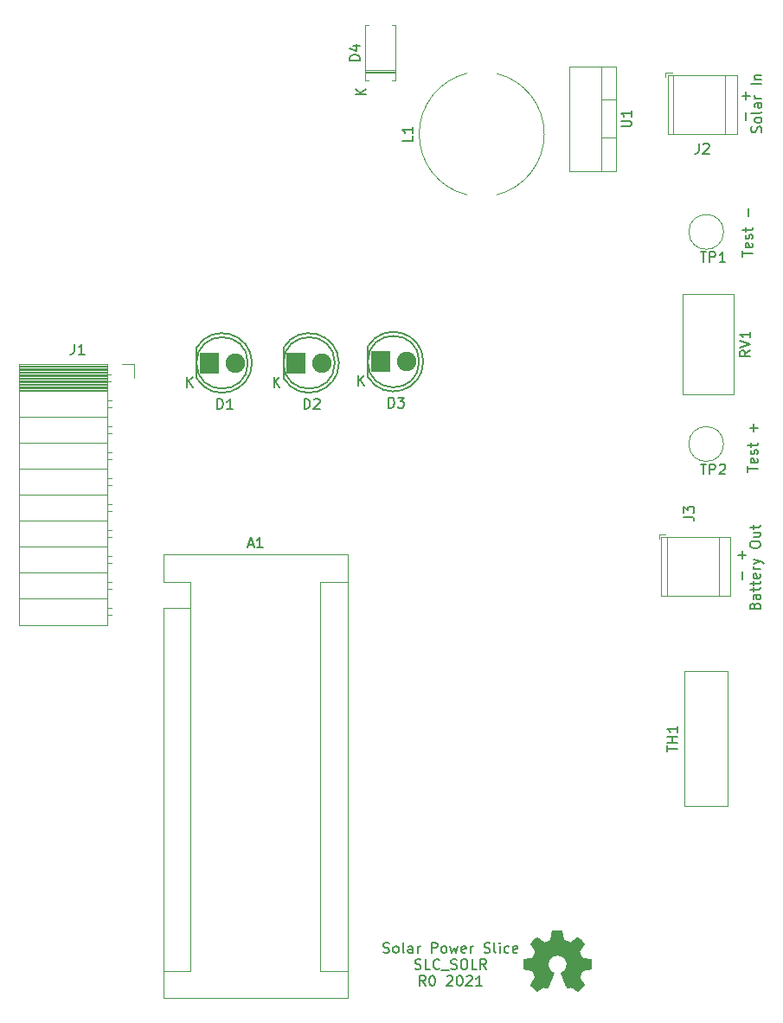
<source format=gbr>
%TF.GenerationSoftware,KiCad,Pcbnew,8.0.1*%
%TF.CreationDate,2024-04-21T18:12:41-04:00*%
%TF.ProjectId,BREAD_Slice,42524541-445f-4536-9c69-63652e6b6963,rev?*%
%TF.SameCoordinates,Original*%
%TF.FileFunction,Legend,Top*%
%TF.FilePolarity,Positive*%
%FSLAX46Y46*%
G04 Gerber Fmt 4.6, Leading zero omitted, Abs format (unit mm)*
G04 Created by KiCad (PCBNEW 8.0.1) date 2024-04-21 18:12:41*
%MOMM*%
%LPD*%
G01*
G04 APERTURE LIST*
%ADD10C,0.150000*%
%ADD11C,0.120000*%
%ADD12C,0.010000*%
%ADD13R,1.900000X2.000000*%
%ADD14C,1.900000*%
G04 APERTURE END LIST*
D10*
X190237866Y-98508951D02*
X190237866Y-97747047D01*
X190237866Y-96508951D02*
X190237866Y-95747047D01*
X190618819Y-96127999D02*
X189856914Y-96127999D01*
X190253819Y-66893761D02*
X190253819Y-66322333D01*
X191253819Y-66608047D02*
X190253819Y-66608047D01*
X191206200Y-65608047D02*
X191253819Y-65703285D01*
X191253819Y-65703285D02*
X191253819Y-65893761D01*
X191253819Y-65893761D02*
X191206200Y-65988999D01*
X191206200Y-65988999D02*
X191110961Y-66036618D01*
X191110961Y-66036618D02*
X190730009Y-66036618D01*
X190730009Y-66036618D02*
X190634771Y-65988999D01*
X190634771Y-65988999D02*
X190587152Y-65893761D01*
X190587152Y-65893761D02*
X190587152Y-65703285D01*
X190587152Y-65703285D02*
X190634771Y-65608047D01*
X190634771Y-65608047D02*
X190730009Y-65560428D01*
X190730009Y-65560428D02*
X190825247Y-65560428D01*
X190825247Y-65560428D02*
X190920485Y-66036618D01*
X191206200Y-65179475D02*
X191253819Y-65084237D01*
X191253819Y-65084237D02*
X191253819Y-64893761D01*
X191253819Y-64893761D02*
X191206200Y-64798523D01*
X191206200Y-64798523D02*
X191110961Y-64750904D01*
X191110961Y-64750904D02*
X191063342Y-64750904D01*
X191063342Y-64750904D02*
X190968104Y-64798523D01*
X190968104Y-64798523D02*
X190920485Y-64893761D01*
X190920485Y-64893761D02*
X190920485Y-65036618D01*
X190920485Y-65036618D02*
X190872866Y-65131856D01*
X190872866Y-65131856D02*
X190777628Y-65179475D01*
X190777628Y-65179475D02*
X190730009Y-65179475D01*
X190730009Y-65179475D02*
X190634771Y-65131856D01*
X190634771Y-65131856D02*
X190587152Y-65036618D01*
X190587152Y-65036618D02*
X190587152Y-64893761D01*
X190587152Y-64893761D02*
X190634771Y-64798523D01*
X190587152Y-64465189D02*
X190587152Y-64084237D01*
X190253819Y-64322332D02*
X191110961Y-64322332D01*
X191110961Y-64322332D02*
X191206200Y-64274713D01*
X191206200Y-64274713D02*
X191253819Y-64179475D01*
X191253819Y-64179475D02*
X191253819Y-64084237D01*
X190872866Y-62988998D02*
X190872866Y-62227094D01*
X192095200Y-54749333D02*
X192142819Y-54606476D01*
X192142819Y-54606476D02*
X192142819Y-54368381D01*
X192142819Y-54368381D02*
X192095200Y-54273143D01*
X192095200Y-54273143D02*
X192047580Y-54225524D01*
X192047580Y-54225524D02*
X191952342Y-54177905D01*
X191952342Y-54177905D02*
X191857104Y-54177905D01*
X191857104Y-54177905D02*
X191761866Y-54225524D01*
X191761866Y-54225524D02*
X191714247Y-54273143D01*
X191714247Y-54273143D02*
X191666628Y-54368381D01*
X191666628Y-54368381D02*
X191619009Y-54558857D01*
X191619009Y-54558857D02*
X191571390Y-54654095D01*
X191571390Y-54654095D02*
X191523771Y-54701714D01*
X191523771Y-54701714D02*
X191428533Y-54749333D01*
X191428533Y-54749333D02*
X191333295Y-54749333D01*
X191333295Y-54749333D02*
X191238057Y-54701714D01*
X191238057Y-54701714D02*
X191190438Y-54654095D01*
X191190438Y-54654095D02*
X191142819Y-54558857D01*
X191142819Y-54558857D02*
X191142819Y-54320762D01*
X191142819Y-54320762D02*
X191190438Y-54177905D01*
X192142819Y-53606476D02*
X192095200Y-53701714D01*
X192095200Y-53701714D02*
X192047580Y-53749333D01*
X192047580Y-53749333D02*
X191952342Y-53796952D01*
X191952342Y-53796952D02*
X191666628Y-53796952D01*
X191666628Y-53796952D02*
X191571390Y-53749333D01*
X191571390Y-53749333D02*
X191523771Y-53701714D01*
X191523771Y-53701714D02*
X191476152Y-53606476D01*
X191476152Y-53606476D02*
X191476152Y-53463619D01*
X191476152Y-53463619D02*
X191523771Y-53368381D01*
X191523771Y-53368381D02*
X191571390Y-53320762D01*
X191571390Y-53320762D02*
X191666628Y-53273143D01*
X191666628Y-53273143D02*
X191952342Y-53273143D01*
X191952342Y-53273143D02*
X192047580Y-53320762D01*
X192047580Y-53320762D02*
X192095200Y-53368381D01*
X192095200Y-53368381D02*
X192142819Y-53463619D01*
X192142819Y-53463619D02*
X192142819Y-53606476D01*
X192142819Y-52701714D02*
X192095200Y-52796952D01*
X192095200Y-52796952D02*
X191999961Y-52844571D01*
X191999961Y-52844571D02*
X191142819Y-52844571D01*
X192142819Y-51892190D02*
X191619009Y-51892190D01*
X191619009Y-51892190D02*
X191523771Y-51939809D01*
X191523771Y-51939809D02*
X191476152Y-52035047D01*
X191476152Y-52035047D02*
X191476152Y-52225523D01*
X191476152Y-52225523D02*
X191523771Y-52320761D01*
X192095200Y-51892190D02*
X192142819Y-51987428D01*
X192142819Y-51987428D02*
X192142819Y-52225523D01*
X192142819Y-52225523D02*
X192095200Y-52320761D01*
X192095200Y-52320761D02*
X191999961Y-52368380D01*
X191999961Y-52368380D02*
X191904723Y-52368380D01*
X191904723Y-52368380D02*
X191809485Y-52320761D01*
X191809485Y-52320761D02*
X191761866Y-52225523D01*
X191761866Y-52225523D02*
X191761866Y-51987428D01*
X191761866Y-51987428D02*
X191714247Y-51892190D01*
X192142819Y-51415999D02*
X191476152Y-51415999D01*
X191666628Y-51415999D02*
X191571390Y-51368380D01*
X191571390Y-51368380D02*
X191523771Y-51320761D01*
X191523771Y-51320761D02*
X191476152Y-51225523D01*
X191476152Y-51225523D02*
X191476152Y-51130285D01*
X192142819Y-50035046D02*
X191142819Y-50035046D01*
X191476152Y-49558856D02*
X192142819Y-49558856D01*
X191571390Y-49558856D02*
X191523771Y-49511237D01*
X191523771Y-49511237D02*
X191476152Y-49415999D01*
X191476152Y-49415999D02*
X191476152Y-49273142D01*
X191476152Y-49273142D02*
X191523771Y-49177904D01*
X191523771Y-49177904D02*
X191619009Y-49130285D01*
X191619009Y-49130285D02*
X192142819Y-49130285D01*
X191492009Y-101096286D02*
X191539628Y-100953429D01*
X191539628Y-100953429D02*
X191587247Y-100905810D01*
X191587247Y-100905810D02*
X191682485Y-100858191D01*
X191682485Y-100858191D02*
X191825342Y-100858191D01*
X191825342Y-100858191D02*
X191920580Y-100905810D01*
X191920580Y-100905810D02*
X191968200Y-100953429D01*
X191968200Y-100953429D02*
X192015819Y-101048667D01*
X192015819Y-101048667D02*
X192015819Y-101429619D01*
X192015819Y-101429619D02*
X191015819Y-101429619D01*
X191015819Y-101429619D02*
X191015819Y-101096286D01*
X191015819Y-101096286D02*
X191063438Y-101001048D01*
X191063438Y-101001048D02*
X191111057Y-100953429D01*
X191111057Y-100953429D02*
X191206295Y-100905810D01*
X191206295Y-100905810D02*
X191301533Y-100905810D01*
X191301533Y-100905810D02*
X191396771Y-100953429D01*
X191396771Y-100953429D02*
X191444390Y-101001048D01*
X191444390Y-101001048D02*
X191492009Y-101096286D01*
X191492009Y-101096286D02*
X191492009Y-101429619D01*
X192015819Y-100001048D02*
X191492009Y-100001048D01*
X191492009Y-100001048D02*
X191396771Y-100048667D01*
X191396771Y-100048667D02*
X191349152Y-100143905D01*
X191349152Y-100143905D02*
X191349152Y-100334381D01*
X191349152Y-100334381D02*
X191396771Y-100429619D01*
X191968200Y-100001048D02*
X192015819Y-100096286D01*
X192015819Y-100096286D02*
X192015819Y-100334381D01*
X192015819Y-100334381D02*
X191968200Y-100429619D01*
X191968200Y-100429619D02*
X191872961Y-100477238D01*
X191872961Y-100477238D02*
X191777723Y-100477238D01*
X191777723Y-100477238D02*
X191682485Y-100429619D01*
X191682485Y-100429619D02*
X191634866Y-100334381D01*
X191634866Y-100334381D02*
X191634866Y-100096286D01*
X191634866Y-100096286D02*
X191587247Y-100001048D01*
X191349152Y-99667714D02*
X191349152Y-99286762D01*
X191015819Y-99524857D02*
X191872961Y-99524857D01*
X191872961Y-99524857D02*
X191968200Y-99477238D01*
X191968200Y-99477238D02*
X192015819Y-99382000D01*
X192015819Y-99382000D02*
X192015819Y-99286762D01*
X191349152Y-99096285D02*
X191349152Y-98715333D01*
X191015819Y-98953428D02*
X191872961Y-98953428D01*
X191872961Y-98953428D02*
X191968200Y-98905809D01*
X191968200Y-98905809D02*
X192015819Y-98810571D01*
X192015819Y-98810571D02*
X192015819Y-98715333D01*
X191968200Y-98001047D02*
X192015819Y-98096285D01*
X192015819Y-98096285D02*
X192015819Y-98286761D01*
X192015819Y-98286761D02*
X191968200Y-98381999D01*
X191968200Y-98381999D02*
X191872961Y-98429618D01*
X191872961Y-98429618D02*
X191492009Y-98429618D01*
X191492009Y-98429618D02*
X191396771Y-98381999D01*
X191396771Y-98381999D02*
X191349152Y-98286761D01*
X191349152Y-98286761D02*
X191349152Y-98096285D01*
X191349152Y-98096285D02*
X191396771Y-98001047D01*
X191396771Y-98001047D02*
X191492009Y-97953428D01*
X191492009Y-97953428D02*
X191587247Y-97953428D01*
X191587247Y-97953428D02*
X191682485Y-98429618D01*
X192015819Y-97524856D02*
X191349152Y-97524856D01*
X191539628Y-97524856D02*
X191444390Y-97477237D01*
X191444390Y-97477237D02*
X191396771Y-97429618D01*
X191396771Y-97429618D02*
X191349152Y-97334380D01*
X191349152Y-97334380D02*
X191349152Y-97239142D01*
X191349152Y-97001046D02*
X192015819Y-96762951D01*
X191349152Y-96524856D02*
X192015819Y-96762951D01*
X192015819Y-96762951D02*
X192253914Y-96858189D01*
X192253914Y-96858189D02*
X192301533Y-96905808D01*
X192301533Y-96905808D02*
X192349152Y-97001046D01*
X191015819Y-95191522D02*
X191015819Y-95001046D01*
X191015819Y-95001046D02*
X191063438Y-94905808D01*
X191063438Y-94905808D02*
X191158676Y-94810570D01*
X191158676Y-94810570D02*
X191349152Y-94762951D01*
X191349152Y-94762951D02*
X191682485Y-94762951D01*
X191682485Y-94762951D02*
X191872961Y-94810570D01*
X191872961Y-94810570D02*
X191968200Y-94905808D01*
X191968200Y-94905808D02*
X192015819Y-95001046D01*
X192015819Y-95001046D02*
X192015819Y-95191522D01*
X192015819Y-95191522D02*
X191968200Y-95286760D01*
X191968200Y-95286760D02*
X191872961Y-95381998D01*
X191872961Y-95381998D02*
X191682485Y-95429617D01*
X191682485Y-95429617D02*
X191349152Y-95429617D01*
X191349152Y-95429617D02*
X191158676Y-95381998D01*
X191158676Y-95381998D02*
X191063438Y-95286760D01*
X191063438Y-95286760D02*
X191015819Y-95191522D01*
X191349152Y-93905808D02*
X192015819Y-93905808D01*
X191349152Y-94334379D02*
X191872961Y-94334379D01*
X191872961Y-94334379D02*
X191968200Y-94286760D01*
X191968200Y-94286760D02*
X192015819Y-94191522D01*
X192015819Y-94191522D02*
X192015819Y-94048665D01*
X192015819Y-94048665D02*
X191968200Y-93953427D01*
X191968200Y-93953427D02*
X191920580Y-93905808D01*
X191349152Y-93572474D02*
X191349152Y-93191522D01*
X191015819Y-93429617D02*
X191872961Y-93429617D01*
X191872961Y-93429617D02*
X191968200Y-93381998D01*
X191968200Y-93381998D02*
X192015819Y-93286760D01*
X192015819Y-93286760D02*
X192015819Y-93191522D01*
X155144570Y-135041256D02*
X155287427Y-135088875D01*
X155287427Y-135088875D02*
X155525522Y-135088875D01*
X155525522Y-135088875D02*
X155620760Y-135041256D01*
X155620760Y-135041256D02*
X155668379Y-134993636D01*
X155668379Y-134993636D02*
X155715998Y-134898398D01*
X155715998Y-134898398D02*
X155715998Y-134803160D01*
X155715998Y-134803160D02*
X155668379Y-134707922D01*
X155668379Y-134707922D02*
X155620760Y-134660303D01*
X155620760Y-134660303D02*
X155525522Y-134612684D01*
X155525522Y-134612684D02*
X155335046Y-134565065D01*
X155335046Y-134565065D02*
X155239808Y-134517446D01*
X155239808Y-134517446D02*
X155192189Y-134469827D01*
X155192189Y-134469827D02*
X155144570Y-134374589D01*
X155144570Y-134374589D02*
X155144570Y-134279351D01*
X155144570Y-134279351D02*
X155192189Y-134184113D01*
X155192189Y-134184113D02*
X155239808Y-134136494D01*
X155239808Y-134136494D02*
X155335046Y-134088875D01*
X155335046Y-134088875D02*
X155573141Y-134088875D01*
X155573141Y-134088875D02*
X155715998Y-134136494D01*
X156287427Y-135088875D02*
X156192189Y-135041256D01*
X156192189Y-135041256D02*
X156144570Y-134993636D01*
X156144570Y-134993636D02*
X156096951Y-134898398D01*
X156096951Y-134898398D02*
X156096951Y-134612684D01*
X156096951Y-134612684D02*
X156144570Y-134517446D01*
X156144570Y-134517446D02*
X156192189Y-134469827D01*
X156192189Y-134469827D02*
X156287427Y-134422208D01*
X156287427Y-134422208D02*
X156430284Y-134422208D01*
X156430284Y-134422208D02*
X156525522Y-134469827D01*
X156525522Y-134469827D02*
X156573141Y-134517446D01*
X156573141Y-134517446D02*
X156620760Y-134612684D01*
X156620760Y-134612684D02*
X156620760Y-134898398D01*
X156620760Y-134898398D02*
X156573141Y-134993636D01*
X156573141Y-134993636D02*
X156525522Y-135041256D01*
X156525522Y-135041256D02*
X156430284Y-135088875D01*
X156430284Y-135088875D02*
X156287427Y-135088875D01*
X157192189Y-135088875D02*
X157096951Y-135041256D01*
X157096951Y-135041256D02*
X157049332Y-134946017D01*
X157049332Y-134946017D02*
X157049332Y-134088875D01*
X158001713Y-135088875D02*
X158001713Y-134565065D01*
X158001713Y-134565065D02*
X157954094Y-134469827D01*
X157954094Y-134469827D02*
X157858856Y-134422208D01*
X157858856Y-134422208D02*
X157668380Y-134422208D01*
X157668380Y-134422208D02*
X157573142Y-134469827D01*
X158001713Y-135041256D02*
X157906475Y-135088875D01*
X157906475Y-135088875D02*
X157668380Y-135088875D01*
X157668380Y-135088875D02*
X157573142Y-135041256D01*
X157573142Y-135041256D02*
X157525523Y-134946017D01*
X157525523Y-134946017D02*
X157525523Y-134850779D01*
X157525523Y-134850779D02*
X157573142Y-134755541D01*
X157573142Y-134755541D02*
X157668380Y-134707922D01*
X157668380Y-134707922D02*
X157906475Y-134707922D01*
X157906475Y-134707922D02*
X158001713Y-134660303D01*
X158477904Y-135088875D02*
X158477904Y-134422208D01*
X158477904Y-134612684D02*
X158525523Y-134517446D01*
X158525523Y-134517446D02*
X158573142Y-134469827D01*
X158573142Y-134469827D02*
X158668380Y-134422208D01*
X158668380Y-134422208D02*
X158763618Y-134422208D01*
X159858857Y-135088875D02*
X159858857Y-134088875D01*
X159858857Y-134088875D02*
X160239809Y-134088875D01*
X160239809Y-134088875D02*
X160335047Y-134136494D01*
X160335047Y-134136494D02*
X160382666Y-134184113D01*
X160382666Y-134184113D02*
X160430285Y-134279351D01*
X160430285Y-134279351D02*
X160430285Y-134422208D01*
X160430285Y-134422208D02*
X160382666Y-134517446D01*
X160382666Y-134517446D02*
X160335047Y-134565065D01*
X160335047Y-134565065D02*
X160239809Y-134612684D01*
X160239809Y-134612684D02*
X159858857Y-134612684D01*
X161001714Y-135088875D02*
X160906476Y-135041256D01*
X160906476Y-135041256D02*
X160858857Y-134993636D01*
X160858857Y-134993636D02*
X160811238Y-134898398D01*
X160811238Y-134898398D02*
X160811238Y-134612684D01*
X160811238Y-134612684D02*
X160858857Y-134517446D01*
X160858857Y-134517446D02*
X160906476Y-134469827D01*
X160906476Y-134469827D02*
X161001714Y-134422208D01*
X161001714Y-134422208D02*
X161144571Y-134422208D01*
X161144571Y-134422208D02*
X161239809Y-134469827D01*
X161239809Y-134469827D02*
X161287428Y-134517446D01*
X161287428Y-134517446D02*
X161335047Y-134612684D01*
X161335047Y-134612684D02*
X161335047Y-134898398D01*
X161335047Y-134898398D02*
X161287428Y-134993636D01*
X161287428Y-134993636D02*
X161239809Y-135041256D01*
X161239809Y-135041256D02*
X161144571Y-135088875D01*
X161144571Y-135088875D02*
X161001714Y-135088875D01*
X161668381Y-134422208D02*
X161858857Y-135088875D01*
X161858857Y-135088875D02*
X162049333Y-134612684D01*
X162049333Y-134612684D02*
X162239809Y-135088875D01*
X162239809Y-135088875D02*
X162430285Y-134422208D01*
X163192190Y-135041256D02*
X163096952Y-135088875D01*
X163096952Y-135088875D02*
X162906476Y-135088875D01*
X162906476Y-135088875D02*
X162811238Y-135041256D01*
X162811238Y-135041256D02*
X162763619Y-134946017D01*
X162763619Y-134946017D02*
X162763619Y-134565065D01*
X162763619Y-134565065D02*
X162811238Y-134469827D01*
X162811238Y-134469827D02*
X162906476Y-134422208D01*
X162906476Y-134422208D02*
X163096952Y-134422208D01*
X163096952Y-134422208D02*
X163192190Y-134469827D01*
X163192190Y-134469827D02*
X163239809Y-134565065D01*
X163239809Y-134565065D02*
X163239809Y-134660303D01*
X163239809Y-134660303D02*
X162763619Y-134755541D01*
X163668381Y-135088875D02*
X163668381Y-134422208D01*
X163668381Y-134612684D02*
X163716000Y-134517446D01*
X163716000Y-134517446D02*
X163763619Y-134469827D01*
X163763619Y-134469827D02*
X163858857Y-134422208D01*
X163858857Y-134422208D02*
X163954095Y-134422208D01*
X165001715Y-135041256D02*
X165144572Y-135088875D01*
X165144572Y-135088875D02*
X165382667Y-135088875D01*
X165382667Y-135088875D02*
X165477905Y-135041256D01*
X165477905Y-135041256D02*
X165525524Y-134993636D01*
X165525524Y-134993636D02*
X165573143Y-134898398D01*
X165573143Y-134898398D02*
X165573143Y-134803160D01*
X165573143Y-134803160D02*
X165525524Y-134707922D01*
X165525524Y-134707922D02*
X165477905Y-134660303D01*
X165477905Y-134660303D02*
X165382667Y-134612684D01*
X165382667Y-134612684D02*
X165192191Y-134565065D01*
X165192191Y-134565065D02*
X165096953Y-134517446D01*
X165096953Y-134517446D02*
X165049334Y-134469827D01*
X165049334Y-134469827D02*
X165001715Y-134374589D01*
X165001715Y-134374589D02*
X165001715Y-134279351D01*
X165001715Y-134279351D02*
X165049334Y-134184113D01*
X165049334Y-134184113D02*
X165096953Y-134136494D01*
X165096953Y-134136494D02*
X165192191Y-134088875D01*
X165192191Y-134088875D02*
X165430286Y-134088875D01*
X165430286Y-134088875D02*
X165573143Y-134136494D01*
X166144572Y-135088875D02*
X166049334Y-135041256D01*
X166049334Y-135041256D02*
X166001715Y-134946017D01*
X166001715Y-134946017D02*
X166001715Y-134088875D01*
X166525525Y-135088875D02*
X166525525Y-134422208D01*
X166525525Y-134088875D02*
X166477906Y-134136494D01*
X166477906Y-134136494D02*
X166525525Y-134184113D01*
X166525525Y-134184113D02*
X166573144Y-134136494D01*
X166573144Y-134136494D02*
X166525525Y-134088875D01*
X166525525Y-134088875D02*
X166525525Y-134184113D01*
X167430286Y-135041256D02*
X167335048Y-135088875D01*
X167335048Y-135088875D02*
X167144572Y-135088875D01*
X167144572Y-135088875D02*
X167049334Y-135041256D01*
X167049334Y-135041256D02*
X167001715Y-134993636D01*
X167001715Y-134993636D02*
X166954096Y-134898398D01*
X166954096Y-134898398D02*
X166954096Y-134612684D01*
X166954096Y-134612684D02*
X167001715Y-134517446D01*
X167001715Y-134517446D02*
X167049334Y-134469827D01*
X167049334Y-134469827D02*
X167144572Y-134422208D01*
X167144572Y-134422208D02*
X167335048Y-134422208D01*
X167335048Y-134422208D02*
X167430286Y-134469827D01*
X168239810Y-135041256D02*
X168144572Y-135088875D01*
X168144572Y-135088875D02*
X167954096Y-135088875D01*
X167954096Y-135088875D02*
X167858858Y-135041256D01*
X167858858Y-135041256D02*
X167811239Y-134946017D01*
X167811239Y-134946017D02*
X167811239Y-134565065D01*
X167811239Y-134565065D02*
X167858858Y-134469827D01*
X167858858Y-134469827D02*
X167954096Y-134422208D01*
X167954096Y-134422208D02*
X168144572Y-134422208D01*
X168144572Y-134422208D02*
X168239810Y-134469827D01*
X168239810Y-134469827D02*
X168287429Y-134565065D01*
X168287429Y-134565065D02*
X168287429Y-134660303D01*
X168287429Y-134660303D02*
X167811239Y-134755541D01*
X158239809Y-136651200D02*
X158382666Y-136698819D01*
X158382666Y-136698819D02*
X158620761Y-136698819D01*
X158620761Y-136698819D02*
X158715999Y-136651200D01*
X158715999Y-136651200D02*
X158763618Y-136603580D01*
X158763618Y-136603580D02*
X158811237Y-136508342D01*
X158811237Y-136508342D02*
X158811237Y-136413104D01*
X158811237Y-136413104D02*
X158763618Y-136317866D01*
X158763618Y-136317866D02*
X158715999Y-136270247D01*
X158715999Y-136270247D02*
X158620761Y-136222628D01*
X158620761Y-136222628D02*
X158430285Y-136175009D01*
X158430285Y-136175009D02*
X158335047Y-136127390D01*
X158335047Y-136127390D02*
X158287428Y-136079771D01*
X158287428Y-136079771D02*
X158239809Y-135984533D01*
X158239809Y-135984533D02*
X158239809Y-135889295D01*
X158239809Y-135889295D02*
X158287428Y-135794057D01*
X158287428Y-135794057D02*
X158335047Y-135746438D01*
X158335047Y-135746438D02*
X158430285Y-135698819D01*
X158430285Y-135698819D02*
X158668380Y-135698819D01*
X158668380Y-135698819D02*
X158811237Y-135746438D01*
X159715999Y-136698819D02*
X159239809Y-136698819D01*
X159239809Y-136698819D02*
X159239809Y-135698819D01*
X160620761Y-136603580D02*
X160573142Y-136651200D01*
X160573142Y-136651200D02*
X160430285Y-136698819D01*
X160430285Y-136698819D02*
X160335047Y-136698819D01*
X160335047Y-136698819D02*
X160192190Y-136651200D01*
X160192190Y-136651200D02*
X160096952Y-136555961D01*
X160096952Y-136555961D02*
X160049333Y-136460723D01*
X160049333Y-136460723D02*
X160001714Y-136270247D01*
X160001714Y-136270247D02*
X160001714Y-136127390D01*
X160001714Y-136127390D02*
X160049333Y-135936914D01*
X160049333Y-135936914D02*
X160096952Y-135841676D01*
X160096952Y-135841676D02*
X160192190Y-135746438D01*
X160192190Y-135746438D02*
X160335047Y-135698819D01*
X160335047Y-135698819D02*
X160430285Y-135698819D01*
X160430285Y-135698819D02*
X160573142Y-135746438D01*
X160573142Y-135746438D02*
X160620761Y-135794057D01*
X160811238Y-136794057D02*
X161573142Y-136794057D01*
X161763619Y-136651200D02*
X161906476Y-136698819D01*
X161906476Y-136698819D02*
X162144571Y-136698819D01*
X162144571Y-136698819D02*
X162239809Y-136651200D01*
X162239809Y-136651200D02*
X162287428Y-136603580D01*
X162287428Y-136603580D02*
X162335047Y-136508342D01*
X162335047Y-136508342D02*
X162335047Y-136413104D01*
X162335047Y-136413104D02*
X162287428Y-136317866D01*
X162287428Y-136317866D02*
X162239809Y-136270247D01*
X162239809Y-136270247D02*
X162144571Y-136222628D01*
X162144571Y-136222628D02*
X161954095Y-136175009D01*
X161954095Y-136175009D02*
X161858857Y-136127390D01*
X161858857Y-136127390D02*
X161811238Y-136079771D01*
X161811238Y-136079771D02*
X161763619Y-135984533D01*
X161763619Y-135984533D02*
X161763619Y-135889295D01*
X161763619Y-135889295D02*
X161811238Y-135794057D01*
X161811238Y-135794057D02*
X161858857Y-135746438D01*
X161858857Y-135746438D02*
X161954095Y-135698819D01*
X161954095Y-135698819D02*
X162192190Y-135698819D01*
X162192190Y-135698819D02*
X162335047Y-135746438D01*
X162954095Y-135698819D02*
X163144571Y-135698819D01*
X163144571Y-135698819D02*
X163239809Y-135746438D01*
X163239809Y-135746438D02*
X163335047Y-135841676D01*
X163335047Y-135841676D02*
X163382666Y-136032152D01*
X163382666Y-136032152D02*
X163382666Y-136365485D01*
X163382666Y-136365485D02*
X163335047Y-136555961D01*
X163335047Y-136555961D02*
X163239809Y-136651200D01*
X163239809Y-136651200D02*
X163144571Y-136698819D01*
X163144571Y-136698819D02*
X162954095Y-136698819D01*
X162954095Y-136698819D02*
X162858857Y-136651200D01*
X162858857Y-136651200D02*
X162763619Y-136555961D01*
X162763619Y-136555961D02*
X162716000Y-136365485D01*
X162716000Y-136365485D02*
X162716000Y-136032152D01*
X162716000Y-136032152D02*
X162763619Y-135841676D01*
X162763619Y-135841676D02*
X162858857Y-135746438D01*
X162858857Y-135746438D02*
X162954095Y-135698819D01*
X164287428Y-136698819D02*
X163811238Y-136698819D01*
X163811238Y-136698819D02*
X163811238Y-135698819D01*
X165192190Y-136698819D02*
X164858857Y-136222628D01*
X164620762Y-136698819D02*
X164620762Y-135698819D01*
X164620762Y-135698819D02*
X165001714Y-135698819D01*
X165001714Y-135698819D02*
X165096952Y-135746438D01*
X165096952Y-135746438D02*
X165144571Y-135794057D01*
X165144571Y-135794057D02*
X165192190Y-135889295D01*
X165192190Y-135889295D02*
X165192190Y-136032152D01*
X165192190Y-136032152D02*
X165144571Y-136127390D01*
X165144571Y-136127390D02*
X165096952Y-136175009D01*
X165096952Y-136175009D02*
X165001714Y-136222628D01*
X165001714Y-136222628D02*
X164620762Y-136222628D01*
X159263618Y-138308763D02*
X158930285Y-137832572D01*
X158692190Y-138308763D02*
X158692190Y-137308763D01*
X158692190Y-137308763D02*
X159073142Y-137308763D01*
X159073142Y-137308763D02*
X159168380Y-137356382D01*
X159168380Y-137356382D02*
X159215999Y-137404001D01*
X159215999Y-137404001D02*
X159263618Y-137499239D01*
X159263618Y-137499239D02*
X159263618Y-137642096D01*
X159263618Y-137642096D02*
X159215999Y-137737334D01*
X159215999Y-137737334D02*
X159168380Y-137784953D01*
X159168380Y-137784953D02*
X159073142Y-137832572D01*
X159073142Y-137832572D02*
X158692190Y-137832572D01*
X159882666Y-137308763D02*
X159977904Y-137308763D01*
X159977904Y-137308763D02*
X160073142Y-137356382D01*
X160073142Y-137356382D02*
X160120761Y-137404001D01*
X160120761Y-137404001D02*
X160168380Y-137499239D01*
X160168380Y-137499239D02*
X160215999Y-137689715D01*
X160215999Y-137689715D02*
X160215999Y-137927810D01*
X160215999Y-137927810D02*
X160168380Y-138118286D01*
X160168380Y-138118286D02*
X160120761Y-138213524D01*
X160120761Y-138213524D02*
X160073142Y-138261144D01*
X160073142Y-138261144D02*
X159977904Y-138308763D01*
X159977904Y-138308763D02*
X159882666Y-138308763D01*
X159882666Y-138308763D02*
X159787428Y-138261144D01*
X159787428Y-138261144D02*
X159739809Y-138213524D01*
X159739809Y-138213524D02*
X159692190Y-138118286D01*
X159692190Y-138118286D02*
X159644571Y-137927810D01*
X159644571Y-137927810D02*
X159644571Y-137689715D01*
X159644571Y-137689715D02*
X159692190Y-137499239D01*
X159692190Y-137499239D02*
X159739809Y-137404001D01*
X159739809Y-137404001D02*
X159787428Y-137356382D01*
X159787428Y-137356382D02*
X159882666Y-137308763D01*
X161358857Y-137404001D02*
X161406476Y-137356382D01*
X161406476Y-137356382D02*
X161501714Y-137308763D01*
X161501714Y-137308763D02*
X161739809Y-137308763D01*
X161739809Y-137308763D02*
X161835047Y-137356382D01*
X161835047Y-137356382D02*
X161882666Y-137404001D01*
X161882666Y-137404001D02*
X161930285Y-137499239D01*
X161930285Y-137499239D02*
X161930285Y-137594477D01*
X161930285Y-137594477D02*
X161882666Y-137737334D01*
X161882666Y-137737334D02*
X161311238Y-138308763D01*
X161311238Y-138308763D02*
X161930285Y-138308763D01*
X162549333Y-137308763D02*
X162644571Y-137308763D01*
X162644571Y-137308763D02*
X162739809Y-137356382D01*
X162739809Y-137356382D02*
X162787428Y-137404001D01*
X162787428Y-137404001D02*
X162835047Y-137499239D01*
X162835047Y-137499239D02*
X162882666Y-137689715D01*
X162882666Y-137689715D02*
X162882666Y-137927810D01*
X162882666Y-137927810D02*
X162835047Y-138118286D01*
X162835047Y-138118286D02*
X162787428Y-138213524D01*
X162787428Y-138213524D02*
X162739809Y-138261144D01*
X162739809Y-138261144D02*
X162644571Y-138308763D01*
X162644571Y-138308763D02*
X162549333Y-138308763D01*
X162549333Y-138308763D02*
X162454095Y-138261144D01*
X162454095Y-138261144D02*
X162406476Y-138213524D01*
X162406476Y-138213524D02*
X162358857Y-138118286D01*
X162358857Y-138118286D02*
X162311238Y-137927810D01*
X162311238Y-137927810D02*
X162311238Y-137689715D01*
X162311238Y-137689715D02*
X162358857Y-137499239D01*
X162358857Y-137499239D02*
X162406476Y-137404001D01*
X162406476Y-137404001D02*
X162454095Y-137356382D01*
X162454095Y-137356382D02*
X162549333Y-137308763D01*
X163263619Y-137404001D02*
X163311238Y-137356382D01*
X163311238Y-137356382D02*
X163406476Y-137308763D01*
X163406476Y-137308763D02*
X163644571Y-137308763D01*
X163644571Y-137308763D02*
X163739809Y-137356382D01*
X163739809Y-137356382D02*
X163787428Y-137404001D01*
X163787428Y-137404001D02*
X163835047Y-137499239D01*
X163835047Y-137499239D02*
X163835047Y-137594477D01*
X163835047Y-137594477D02*
X163787428Y-137737334D01*
X163787428Y-137737334D02*
X163216000Y-138308763D01*
X163216000Y-138308763D02*
X163835047Y-138308763D01*
X164787428Y-138308763D02*
X164216000Y-138308763D01*
X164501714Y-138308763D02*
X164501714Y-137308763D01*
X164501714Y-137308763D02*
X164406476Y-137451620D01*
X164406476Y-137451620D02*
X164311238Y-137546858D01*
X164311238Y-137546858D02*
X164216000Y-137594477D01*
X190618866Y-53550951D02*
X190618866Y-52789047D01*
X190618866Y-51550951D02*
X190618866Y-50789047D01*
X190999819Y-51169999D02*
X190237914Y-51169999D01*
X190761819Y-87975761D02*
X190761819Y-87404333D01*
X191761819Y-87690047D02*
X190761819Y-87690047D01*
X191714200Y-86690047D02*
X191761819Y-86785285D01*
X191761819Y-86785285D02*
X191761819Y-86975761D01*
X191761819Y-86975761D02*
X191714200Y-87070999D01*
X191714200Y-87070999D02*
X191618961Y-87118618D01*
X191618961Y-87118618D02*
X191238009Y-87118618D01*
X191238009Y-87118618D02*
X191142771Y-87070999D01*
X191142771Y-87070999D02*
X191095152Y-86975761D01*
X191095152Y-86975761D02*
X191095152Y-86785285D01*
X191095152Y-86785285D02*
X191142771Y-86690047D01*
X191142771Y-86690047D02*
X191238009Y-86642428D01*
X191238009Y-86642428D02*
X191333247Y-86642428D01*
X191333247Y-86642428D02*
X191428485Y-87118618D01*
X191714200Y-86261475D02*
X191761819Y-86166237D01*
X191761819Y-86166237D02*
X191761819Y-85975761D01*
X191761819Y-85975761D02*
X191714200Y-85880523D01*
X191714200Y-85880523D02*
X191618961Y-85832904D01*
X191618961Y-85832904D02*
X191571342Y-85832904D01*
X191571342Y-85832904D02*
X191476104Y-85880523D01*
X191476104Y-85880523D02*
X191428485Y-85975761D01*
X191428485Y-85975761D02*
X191428485Y-86118618D01*
X191428485Y-86118618D02*
X191380866Y-86213856D01*
X191380866Y-86213856D02*
X191285628Y-86261475D01*
X191285628Y-86261475D02*
X191238009Y-86261475D01*
X191238009Y-86261475D02*
X191142771Y-86213856D01*
X191142771Y-86213856D02*
X191095152Y-86118618D01*
X191095152Y-86118618D02*
X191095152Y-85975761D01*
X191095152Y-85975761D02*
X191142771Y-85880523D01*
X191095152Y-85547189D02*
X191095152Y-85166237D01*
X190761819Y-85404332D02*
X191618961Y-85404332D01*
X191618961Y-85404332D02*
X191714200Y-85356713D01*
X191714200Y-85356713D02*
X191761819Y-85261475D01*
X191761819Y-85261475D02*
X191761819Y-85166237D01*
X191380866Y-84070998D02*
X191380866Y-83309094D01*
X191761819Y-83690046D02*
X190999914Y-83690046D01*
X141905714Y-95089104D02*
X142381904Y-95089104D01*
X141810476Y-95374819D02*
X142143809Y-94374819D01*
X142143809Y-94374819D02*
X142477142Y-95374819D01*
X143334285Y-95374819D02*
X142762857Y-95374819D01*
X143048571Y-95374819D02*
X143048571Y-94374819D01*
X143048571Y-94374819D02*
X142953333Y-94517676D01*
X142953333Y-94517676D02*
X142858095Y-94612914D01*
X142858095Y-94612914D02*
X142762857Y-94660533D01*
X124886666Y-75484819D02*
X124886666Y-76199104D01*
X124886666Y-76199104D02*
X124839047Y-76341961D01*
X124839047Y-76341961D02*
X124743809Y-76437200D01*
X124743809Y-76437200D02*
X124600952Y-76484819D01*
X124600952Y-76484819D02*
X124505714Y-76484819D01*
X125886666Y-76484819D02*
X125315238Y-76484819D01*
X125600952Y-76484819D02*
X125600952Y-75484819D01*
X125600952Y-75484819D02*
X125505714Y-75627676D01*
X125505714Y-75627676D02*
X125410476Y-75722914D01*
X125410476Y-75722914D02*
X125315238Y-75770533D01*
X138879905Y-81834819D02*
X138879905Y-80834819D01*
X138879905Y-80834819D02*
X139118000Y-80834819D01*
X139118000Y-80834819D02*
X139260857Y-80882438D01*
X139260857Y-80882438D02*
X139356095Y-80977676D01*
X139356095Y-80977676D02*
X139403714Y-81072914D01*
X139403714Y-81072914D02*
X139451333Y-81263390D01*
X139451333Y-81263390D02*
X139451333Y-81406247D01*
X139451333Y-81406247D02*
X139403714Y-81596723D01*
X139403714Y-81596723D02*
X139356095Y-81691961D01*
X139356095Y-81691961D02*
X139260857Y-81787200D01*
X139260857Y-81787200D02*
X139118000Y-81834819D01*
X139118000Y-81834819D02*
X138879905Y-81834819D01*
X140403714Y-81834819D02*
X139832286Y-81834819D01*
X140118000Y-81834819D02*
X140118000Y-80834819D01*
X140118000Y-80834819D02*
X140022762Y-80977676D01*
X140022762Y-80977676D02*
X139927524Y-81072914D01*
X139927524Y-81072914D02*
X139832286Y-81120533D01*
X135927095Y-79675819D02*
X135927095Y-78675819D01*
X136498523Y-79675819D02*
X136069952Y-79104390D01*
X136498523Y-78675819D02*
X135927095Y-79247247D01*
X147388905Y-81834819D02*
X147388905Y-80834819D01*
X147388905Y-80834819D02*
X147627000Y-80834819D01*
X147627000Y-80834819D02*
X147769857Y-80882438D01*
X147769857Y-80882438D02*
X147865095Y-80977676D01*
X147865095Y-80977676D02*
X147912714Y-81072914D01*
X147912714Y-81072914D02*
X147960333Y-81263390D01*
X147960333Y-81263390D02*
X147960333Y-81406247D01*
X147960333Y-81406247D02*
X147912714Y-81596723D01*
X147912714Y-81596723D02*
X147865095Y-81691961D01*
X147865095Y-81691961D02*
X147769857Y-81787200D01*
X147769857Y-81787200D02*
X147627000Y-81834819D01*
X147627000Y-81834819D02*
X147388905Y-81834819D01*
X148341286Y-80930057D02*
X148388905Y-80882438D01*
X148388905Y-80882438D02*
X148484143Y-80834819D01*
X148484143Y-80834819D02*
X148722238Y-80834819D01*
X148722238Y-80834819D02*
X148817476Y-80882438D01*
X148817476Y-80882438D02*
X148865095Y-80930057D01*
X148865095Y-80930057D02*
X148912714Y-81025295D01*
X148912714Y-81025295D02*
X148912714Y-81120533D01*
X148912714Y-81120533D02*
X148865095Y-81263390D01*
X148865095Y-81263390D02*
X148293667Y-81834819D01*
X148293667Y-81834819D02*
X148912714Y-81834819D01*
X144436095Y-79675819D02*
X144436095Y-78675819D01*
X145007523Y-79675819D02*
X144578952Y-79104390D01*
X145007523Y-78675819D02*
X144436095Y-79247247D01*
X155643905Y-81707819D02*
X155643905Y-80707819D01*
X155643905Y-80707819D02*
X155882000Y-80707819D01*
X155882000Y-80707819D02*
X156024857Y-80755438D01*
X156024857Y-80755438D02*
X156120095Y-80850676D01*
X156120095Y-80850676D02*
X156167714Y-80945914D01*
X156167714Y-80945914D02*
X156215333Y-81136390D01*
X156215333Y-81136390D02*
X156215333Y-81279247D01*
X156215333Y-81279247D02*
X156167714Y-81469723D01*
X156167714Y-81469723D02*
X156120095Y-81564961D01*
X156120095Y-81564961D02*
X156024857Y-81660200D01*
X156024857Y-81660200D02*
X155882000Y-81707819D01*
X155882000Y-81707819D02*
X155643905Y-81707819D01*
X156548667Y-80707819D02*
X157167714Y-80707819D01*
X157167714Y-80707819D02*
X156834381Y-81088771D01*
X156834381Y-81088771D02*
X156977238Y-81088771D01*
X156977238Y-81088771D02*
X157072476Y-81136390D01*
X157072476Y-81136390D02*
X157120095Y-81184009D01*
X157120095Y-81184009D02*
X157167714Y-81279247D01*
X157167714Y-81279247D02*
X157167714Y-81517342D01*
X157167714Y-81517342D02*
X157120095Y-81612580D01*
X157120095Y-81612580D02*
X157072476Y-81660200D01*
X157072476Y-81660200D02*
X156977238Y-81707819D01*
X156977238Y-81707819D02*
X156691524Y-81707819D01*
X156691524Y-81707819D02*
X156596286Y-81660200D01*
X156596286Y-81660200D02*
X156548667Y-81612580D01*
X152691095Y-79548819D02*
X152691095Y-78548819D01*
X153262523Y-79548819D02*
X152833952Y-78977390D01*
X153262523Y-78548819D02*
X152691095Y-79120247D01*
X152842819Y-47701094D02*
X151842819Y-47701094D01*
X151842819Y-47701094D02*
X151842819Y-47462999D01*
X151842819Y-47462999D02*
X151890438Y-47320142D01*
X151890438Y-47320142D02*
X151985676Y-47224904D01*
X151985676Y-47224904D02*
X152080914Y-47177285D01*
X152080914Y-47177285D02*
X152271390Y-47129666D01*
X152271390Y-47129666D02*
X152414247Y-47129666D01*
X152414247Y-47129666D02*
X152604723Y-47177285D01*
X152604723Y-47177285D02*
X152699961Y-47224904D01*
X152699961Y-47224904D02*
X152795200Y-47320142D01*
X152795200Y-47320142D02*
X152842819Y-47462999D01*
X152842819Y-47462999D02*
X152842819Y-47701094D01*
X152176152Y-46272523D02*
X152842819Y-46272523D01*
X151795200Y-46510618D02*
X152509485Y-46748713D01*
X152509485Y-46748713D02*
X152509485Y-46129666D01*
X153412819Y-51034904D02*
X152412819Y-51034904D01*
X153412819Y-50463476D02*
X152841390Y-50892047D01*
X152412819Y-50463476D02*
X152984247Y-51034904D01*
X186020666Y-55815819D02*
X186020666Y-56530104D01*
X186020666Y-56530104D02*
X185973047Y-56672961D01*
X185973047Y-56672961D02*
X185877809Y-56768200D01*
X185877809Y-56768200D02*
X185734952Y-56815819D01*
X185734952Y-56815819D02*
X185639714Y-56815819D01*
X186449238Y-55911057D02*
X186496857Y-55863438D01*
X186496857Y-55863438D02*
X186592095Y-55815819D01*
X186592095Y-55815819D02*
X186830190Y-55815819D01*
X186830190Y-55815819D02*
X186925428Y-55863438D01*
X186925428Y-55863438D02*
X186973047Y-55911057D01*
X186973047Y-55911057D02*
X187020666Y-56006295D01*
X187020666Y-56006295D02*
X187020666Y-56101533D01*
X187020666Y-56101533D02*
X186973047Y-56244390D01*
X186973047Y-56244390D02*
X186401619Y-56815819D01*
X186401619Y-56815819D02*
X187020666Y-56815819D01*
X184538819Y-92381333D02*
X185253104Y-92381333D01*
X185253104Y-92381333D02*
X185395961Y-92428952D01*
X185395961Y-92428952D02*
X185491200Y-92524190D01*
X185491200Y-92524190D02*
X185538819Y-92667047D01*
X185538819Y-92667047D02*
X185538819Y-92762285D01*
X184538819Y-92000380D02*
X184538819Y-91381333D01*
X184538819Y-91381333D02*
X184919771Y-91714666D01*
X184919771Y-91714666D02*
X184919771Y-91571809D01*
X184919771Y-91571809D02*
X184967390Y-91476571D01*
X184967390Y-91476571D02*
X185015009Y-91428952D01*
X185015009Y-91428952D02*
X185110247Y-91381333D01*
X185110247Y-91381333D02*
X185348342Y-91381333D01*
X185348342Y-91381333D02*
X185443580Y-91428952D01*
X185443580Y-91428952D02*
X185491200Y-91476571D01*
X185491200Y-91476571D02*
X185538819Y-91571809D01*
X185538819Y-91571809D02*
X185538819Y-91857523D01*
X185538819Y-91857523D02*
X185491200Y-91952761D01*
X185491200Y-91952761D02*
X185443580Y-92000380D01*
X157968819Y-55083666D02*
X157968819Y-55559856D01*
X157968819Y-55559856D02*
X156968819Y-55559856D01*
X157968819Y-54226523D02*
X157968819Y-54797951D01*
X157968819Y-54512237D02*
X156968819Y-54512237D01*
X156968819Y-54512237D02*
X157111676Y-54607475D01*
X157111676Y-54607475D02*
X157206914Y-54702713D01*
X157206914Y-54702713D02*
X157254533Y-54797951D01*
X191040319Y-76069738D02*
X190564128Y-76403071D01*
X191040319Y-76641166D02*
X190040319Y-76641166D01*
X190040319Y-76641166D02*
X190040319Y-76260214D01*
X190040319Y-76260214D02*
X190087938Y-76164976D01*
X190087938Y-76164976D02*
X190135557Y-76117357D01*
X190135557Y-76117357D02*
X190230795Y-76069738D01*
X190230795Y-76069738D02*
X190373652Y-76069738D01*
X190373652Y-76069738D02*
X190468890Y-76117357D01*
X190468890Y-76117357D02*
X190516509Y-76164976D01*
X190516509Y-76164976D02*
X190564128Y-76260214D01*
X190564128Y-76260214D02*
X190564128Y-76641166D01*
X190040319Y-75784023D02*
X191040319Y-75450690D01*
X191040319Y-75450690D02*
X190040319Y-75117357D01*
X191040319Y-74260214D02*
X191040319Y-74831642D01*
X191040319Y-74545928D02*
X190040319Y-74545928D01*
X190040319Y-74545928D02*
X190183176Y-74641166D01*
X190183176Y-74641166D02*
X190278414Y-74736404D01*
X190278414Y-74736404D02*
X190326033Y-74831642D01*
X182939819Y-115376713D02*
X182939819Y-114805285D01*
X183939819Y-115090999D02*
X182939819Y-115090999D01*
X183939819Y-114471951D02*
X182939819Y-114471951D01*
X183416009Y-114471951D02*
X183416009Y-113900523D01*
X183939819Y-113900523D02*
X182939819Y-113900523D01*
X183939819Y-112900523D02*
X183939819Y-113471951D01*
X183939819Y-113186237D02*
X182939819Y-113186237D01*
X182939819Y-113186237D02*
X183082676Y-113281475D01*
X183082676Y-113281475D02*
X183177914Y-113376713D01*
X183177914Y-113376713D02*
X183225533Y-113471951D01*
X186173095Y-87208319D02*
X186744523Y-87208319D01*
X186458809Y-88208319D02*
X186458809Y-87208319D01*
X187077857Y-88208319D02*
X187077857Y-87208319D01*
X187077857Y-87208319D02*
X187458809Y-87208319D01*
X187458809Y-87208319D02*
X187554047Y-87255938D01*
X187554047Y-87255938D02*
X187601666Y-87303557D01*
X187601666Y-87303557D02*
X187649285Y-87398795D01*
X187649285Y-87398795D02*
X187649285Y-87541652D01*
X187649285Y-87541652D02*
X187601666Y-87636890D01*
X187601666Y-87636890D02*
X187554047Y-87684509D01*
X187554047Y-87684509D02*
X187458809Y-87732128D01*
X187458809Y-87732128D02*
X187077857Y-87732128D01*
X188030238Y-87303557D02*
X188077857Y-87255938D01*
X188077857Y-87255938D02*
X188173095Y-87208319D01*
X188173095Y-87208319D02*
X188411190Y-87208319D01*
X188411190Y-87208319D02*
X188506428Y-87255938D01*
X188506428Y-87255938D02*
X188554047Y-87303557D01*
X188554047Y-87303557D02*
X188601666Y-87398795D01*
X188601666Y-87398795D02*
X188601666Y-87494033D01*
X188601666Y-87494033D02*
X188554047Y-87636890D01*
X188554047Y-87636890D02*
X187982619Y-88208319D01*
X187982619Y-88208319D02*
X188601666Y-88208319D01*
X186173095Y-66443819D02*
X186744523Y-66443819D01*
X186458809Y-67443819D02*
X186458809Y-66443819D01*
X187077857Y-67443819D02*
X187077857Y-66443819D01*
X187077857Y-66443819D02*
X187458809Y-66443819D01*
X187458809Y-66443819D02*
X187554047Y-66491438D01*
X187554047Y-66491438D02*
X187601666Y-66539057D01*
X187601666Y-66539057D02*
X187649285Y-66634295D01*
X187649285Y-66634295D02*
X187649285Y-66777152D01*
X187649285Y-66777152D02*
X187601666Y-66872390D01*
X187601666Y-66872390D02*
X187554047Y-66920009D01*
X187554047Y-66920009D02*
X187458809Y-66967628D01*
X187458809Y-66967628D02*
X187077857Y-66967628D01*
X188601666Y-67443819D02*
X188030238Y-67443819D01*
X188315952Y-67443819D02*
X188315952Y-66443819D01*
X188315952Y-66443819D02*
X188220714Y-66586676D01*
X188220714Y-66586676D02*
X188125476Y-66681914D01*
X188125476Y-66681914D02*
X188030238Y-66729533D01*
X178394819Y-54172904D02*
X179204342Y-54172904D01*
X179204342Y-54172904D02*
X179299580Y-54125285D01*
X179299580Y-54125285D02*
X179347200Y-54077666D01*
X179347200Y-54077666D02*
X179394819Y-53982428D01*
X179394819Y-53982428D02*
X179394819Y-53791952D01*
X179394819Y-53791952D02*
X179347200Y-53696714D01*
X179347200Y-53696714D02*
X179299580Y-53649095D01*
X179299580Y-53649095D02*
X179204342Y-53601476D01*
X179204342Y-53601476D02*
X178394819Y-53601476D01*
X179394819Y-52601476D02*
X179394819Y-53172904D01*
X179394819Y-52887190D02*
X178394819Y-52887190D01*
X178394819Y-52887190D02*
X178537676Y-52982428D01*
X178537676Y-52982428D02*
X178632914Y-53077666D01*
X178632914Y-53077666D02*
X178680533Y-53172904D01*
D11*
%TO.C,A1*%
X133600000Y-96060000D02*
X133600000Y-98730000D01*
X133600000Y-101270000D02*
X133600000Y-139500000D01*
X133600000Y-139500000D02*
X151640000Y-139500000D01*
X136270000Y-98730000D02*
X133600000Y-98730000D01*
X136270000Y-101270000D02*
X133600000Y-101270000D01*
X136270000Y-101270000D02*
X136270000Y-98730000D01*
X136270000Y-101270000D02*
X136270000Y-136830000D01*
X136270000Y-136830000D02*
X133600000Y-136830000D01*
X148970000Y-98730000D02*
X148970000Y-136830000D01*
X148970000Y-98730000D02*
X151640000Y-98730000D01*
X148970000Y-136830000D02*
X151640000Y-136830000D01*
X151640000Y-96060000D02*
X133600000Y-96060000D01*
X151640000Y-139500000D02*
X151640000Y-96060000D01*
%TO.C,J1*%
X119510000Y-77470000D02*
X119510000Y-102990000D01*
X119510000Y-77470000D02*
X128140000Y-77470000D01*
X119510000Y-77590000D02*
X128140000Y-77590000D01*
X119510000Y-77708095D02*
X128140000Y-77708095D01*
X119510000Y-77826190D02*
X128140000Y-77826190D01*
X119510000Y-77944285D02*
X128140000Y-77944285D01*
X119510000Y-78062380D02*
X128140000Y-78062380D01*
X119510000Y-78180475D02*
X128140000Y-78180475D01*
X119510000Y-78298570D02*
X128140000Y-78298570D01*
X119510000Y-78416665D02*
X128140000Y-78416665D01*
X119510000Y-78534760D02*
X128140000Y-78534760D01*
X119510000Y-78652855D02*
X128140000Y-78652855D01*
X119510000Y-78770950D02*
X128140000Y-78770950D01*
X119510000Y-78889045D02*
X128140000Y-78889045D01*
X119510000Y-79007140D02*
X128140000Y-79007140D01*
X119510000Y-79125235D02*
X128140000Y-79125235D01*
X119510000Y-79243330D02*
X128140000Y-79243330D01*
X119510000Y-79361425D02*
X128140000Y-79361425D01*
X119510000Y-79479520D02*
X128140000Y-79479520D01*
X119510000Y-79597615D02*
X128140000Y-79597615D01*
X119510000Y-79715710D02*
X128140000Y-79715710D01*
X119510000Y-79833805D02*
X128140000Y-79833805D01*
X119510000Y-79951900D02*
X128140000Y-79951900D01*
X119510000Y-80070000D02*
X128140000Y-80070000D01*
X119510000Y-82610000D02*
X128140000Y-82610000D01*
X119510000Y-85150000D02*
X128140000Y-85150000D01*
X119510000Y-87690000D02*
X128140000Y-87690000D01*
X119510000Y-90230000D02*
X128140000Y-90230000D01*
X119510000Y-92770000D02*
X128140000Y-92770000D01*
X119510000Y-95310000D02*
X128140000Y-95310000D01*
X119510000Y-97850000D02*
X128140000Y-97850000D01*
X119510000Y-100390000D02*
X128140000Y-100390000D01*
X119510000Y-102990000D02*
X128140000Y-102990000D01*
X128140000Y-77470000D02*
X128140000Y-102990000D01*
X128140000Y-78440000D02*
X128490000Y-78440000D01*
X128140000Y-79160000D02*
X128490000Y-79160000D01*
X128140000Y-80980000D02*
X128550000Y-80980000D01*
X128140000Y-81700000D02*
X128550000Y-81700000D01*
X128140000Y-83520000D02*
X128550000Y-83520000D01*
X128140000Y-84240000D02*
X128550000Y-84240000D01*
X128140000Y-86060000D02*
X128550000Y-86060000D01*
X128140000Y-86780000D02*
X128550000Y-86780000D01*
X128140000Y-88600000D02*
X128550000Y-88600000D01*
X128140000Y-89320000D02*
X128550000Y-89320000D01*
X128140000Y-91140000D02*
X128550000Y-91140000D01*
X128140000Y-91860000D02*
X128550000Y-91860000D01*
X128140000Y-93680000D02*
X128550000Y-93680000D01*
X128140000Y-94400000D02*
X128550000Y-94400000D01*
X128140000Y-96220000D02*
X128550000Y-96220000D01*
X128140000Y-96940000D02*
X128550000Y-96940000D01*
X128140000Y-98760000D02*
X128550000Y-98760000D01*
X128140000Y-99480000D02*
X128550000Y-99480000D01*
X128140000Y-101300000D02*
X128550000Y-101300000D01*
X128140000Y-102020000D02*
X128550000Y-102020000D01*
X129600000Y-77470000D02*
X130710000Y-77470000D01*
X130710000Y-77470000D02*
X130710000Y-78800000D01*
D12*
%TO.C,Logo1*%
X172685814Y-133331931D02*
X172769635Y-133776555D01*
X173078920Y-133904053D01*
X173388206Y-134031551D01*
X173759246Y-133779246D01*
X173863157Y-133708996D01*
X173957087Y-133646272D01*
X174036652Y-133593938D01*
X174097470Y-133554857D01*
X174135157Y-133531893D01*
X174145421Y-133526942D01*
X174163910Y-133539676D01*
X174203420Y-133574882D01*
X174259522Y-133628062D01*
X174327787Y-133694718D01*
X174403786Y-133770354D01*
X174483092Y-133850472D01*
X174561275Y-133930574D01*
X174633907Y-134006164D01*
X174696559Y-134072745D01*
X174744803Y-134125818D01*
X174774210Y-134160887D01*
X174781241Y-134172623D01*
X174771123Y-134194260D01*
X174742759Y-134241662D01*
X174699129Y-134310193D01*
X174643218Y-134395215D01*
X174578006Y-134492093D01*
X174540219Y-134547350D01*
X174471343Y-134648248D01*
X174410140Y-134739299D01*
X174359578Y-134815970D01*
X174322628Y-134873728D01*
X174302258Y-134908043D01*
X174299197Y-134915254D01*
X174306136Y-134935748D01*
X174325051Y-134983513D01*
X174353087Y-135051832D01*
X174387391Y-135133989D01*
X174425109Y-135223270D01*
X174463387Y-135312958D01*
X174499370Y-135396338D01*
X174530206Y-135466694D01*
X174553039Y-135517310D01*
X174565017Y-135541471D01*
X174565724Y-135542422D01*
X174584531Y-135547036D01*
X174634618Y-135557328D01*
X174710793Y-135572287D01*
X174807865Y-135590901D01*
X174920643Y-135612159D01*
X174986442Y-135624418D01*
X175106950Y-135647362D01*
X175215797Y-135669195D01*
X175307476Y-135688722D01*
X175376481Y-135704748D01*
X175417304Y-135716079D01*
X175425511Y-135719674D01*
X175433548Y-135744006D01*
X175440033Y-135798959D01*
X175444970Y-135878108D01*
X175448364Y-135975026D01*
X175450218Y-136083287D01*
X175450538Y-136196465D01*
X175449327Y-136308135D01*
X175446590Y-136411868D01*
X175442331Y-136501241D01*
X175436555Y-136569826D01*
X175429267Y-136611197D01*
X175424895Y-136619810D01*
X175398764Y-136630133D01*
X175343393Y-136644892D01*
X175266107Y-136662352D01*
X175174230Y-136680780D01*
X175142158Y-136686741D01*
X174987524Y-136715066D01*
X174865375Y-136737876D01*
X174771673Y-136756080D01*
X174702384Y-136770583D01*
X174653471Y-136782292D01*
X174620897Y-136792115D01*
X174600628Y-136800956D01*
X174588626Y-136809724D01*
X174586947Y-136811457D01*
X174570184Y-136839371D01*
X174544614Y-136893695D01*
X174512788Y-136967777D01*
X174477260Y-137054965D01*
X174440583Y-137148608D01*
X174405311Y-137242052D01*
X174373996Y-137328647D01*
X174349193Y-137401740D01*
X174333454Y-137454678D01*
X174329332Y-137480811D01*
X174329676Y-137481726D01*
X174343641Y-137503086D01*
X174375322Y-137550084D01*
X174421391Y-137617827D01*
X174478518Y-137701423D01*
X174543373Y-137795982D01*
X174561843Y-137822854D01*
X174627699Y-137920275D01*
X174685650Y-138009163D01*
X174732538Y-138084412D01*
X174765207Y-138140920D01*
X174780500Y-138173581D01*
X174781241Y-138177593D01*
X174768392Y-138198684D01*
X174732888Y-138240464D01*
X174679293Y-138298445D01*
X174612171Y-138368135D01*
X174536087Y-138445045D01*
X174455604Y-138524683D01*
X174375287Y-138602561D01*
X174299699Y-138674186D01*
X174233405Y-138735070D01*
X174180969Y-138780721D01*
X174146955Y-138806650D01*
X174137545Y-138810883D01*
X174115643Y-138800912D01*
X174070800Y-138774020D01*
X174010321Y-138734736D01*
X173963789Y-138703117D01*
X173879475Y-138645098D01*
X173779626Y-138576784D01*
X173679473Y-138508579D01*
X173625627Y-138472075D01*
X173443371Y-138348800D01*
X173290381Y-138431520D01*
X173220682Y-138467759D01*
X173161414Y-138495926D01*
X173121311Y-138511991D01*
X173111103Y-138514226D01*
X173098829Y-138497722D01*
X173074613Y-138451082D01*
X173040263Y-138378609D01*
X172997588Y-138284606D01*
X172948394Y-138173374D01*
X172894490Y-138049215D01*
X172837684Y-137916432D01*
X172779782Y-137779327D01*
X172722593Y-137642202D01*
X172667924Y-137509358D01*
X172617584Y-137385098D01*
X172573380Y-137273725D01*
X172537119Y-137179539D01*
X172510609Y-137106844D01*
X172495658Y-137059941D01*
X172493254Y-137043833D01*
X172512311Y-137023286D01*
X172554036Y-136989933D01*
X172609706Y-136950702D01*
X172614378Y-136947599D01*
X172758264Y-136832423D01*
X172874283Y-136698053D01*
X172961430Y-136548784D01*
X173018699Y-136388913D01*
X173045086Y-136222737D01*
X173039585Y-136054552D01*
X173001190Y-135888655D01*
X172928895Y-135729342D01*
X172907626Y-135694487D01*
X172796996Y-135553737D01*
X172666302Y-135440714D01*
X172520064Y-135356003D01*
X172362808Y-135300194D01*
X172199057Y-135273874D01*
X172033333Y-135277630D01*
X171870162Y-135312050D01*
X171714065Y-135377723D01*
X171569567Y-135475235D01*
X171524869Y-135514813D01*
X171411112Y-135638703D01*
X171328218Y-135769124D01*
X171271356Y-135915315D01*
X171239687Y-136060088D01*
X171231869Y-136222860D01*
X171257938Y-136386440D01*
X171315245Y-136545298D01*
X171401144Y-136693906D01*
X171512986Y-136826735D01*
X171648123Y-136938256D01*
X171665883Y-136950011D01*
X171722150Y-136988508D01*
X171764923Y-137021863D01*
X171785372Y-137043160D01*
X171785669Y-137043833D01*
X171781279Y-137066871D01*
X171763876Y-137119157D01*
X171735268Y-137196390D01*
X171697265Y-137294268D01*
X171651674Y-137408491D01*
X171600303Y-137534758D01*
X171544962Y-137668767D01*
X171487458Y-137806218D01*
X171429601Y-137942808D01*
X171373198Y-138074237D01*
X171320058Y-138196205D01*
X171271990Y-138304409D01*
X171230801Y-138394549D01*
X171198301Y-138462323D01*
X171176297Y-138503430D01*
X171167436Y-138514226D01*
X171140360Y-138505819D01*
X171089697Y-138483272D01*
X171024183Y-138450613D01*
X170988159Y-138431520D01*
X170835168Y-138348800D01*
X170652912Y-138472075D01*
X170559875Y-138535228D01*
X170458015Y-138604727D01*
X170362562Y-138670165D01*
X170314750Y-138703117D01*
X170247505Y-138748273D01*
X170190564Y-138784057D01*
X170151354Y-138805938D01*
X170138619Y-138810563D01*
X170120083Y-138798085D01*
X170079059Y-138763252D01*
X170019525Y-138709678D01*
X169945458Y-138640983D01*
X169860835Y-138560781D01*
X169807315Y-138509286D01*
X169713681Y-138417286D01*
X169632759Y-138334999D01*
X169567823Y-138265945D01*
X169522142Y-138213644D01*
X169498989Y-138181616D01*
X169496768Y-138175116D01*
X169507076Y-138150394D01*
X169535561Y-138100405D01*
X169579063Y-138030212D01*
X169634423Y-137944875D01*
X169698480Y-137849456D01*
X169716697Y-137822854D01*
X169783073Y-137726167D01*
X169842622Y-137639117D01*
X169892016Y-137566595D01*
X169927925Y-137513493D01*
X169947019Y-137484703D01*
X169948864Y-137481726D01*
X169946105Y-137458782D01*
X169931462Y-137408336D01*
X169907487Y-137337041D01*
X169876734Y-137251547D01*
X169841756Y-137158507D01*
X169805107Y-137064574D01*
X169769339Y-136976399D01*
X169737006Y-136900634D01*
X169710662Y-136843931D01*
X169692858Y-136812943D01*
X169691593Y-136811457D01*
X169680706Y-136802601D01*
X169662318Y-136793843D01*
X169632394Y-136784277D01*
X169586897Y-136772996D01*
X169521791Y-136759093D01*
X169433039Y-136741663D01*
X169316607Y-136719798D01*
X169168458Y-136692591D01*
X169136382Y-136686741D01*
X169041314Y-136668374D01*
X168958435Y-136650405D01*
X168895070Y-136634569D01*
X168858542Y-136622600D01*
X168853644Y-136619810D01*
X168845573Y-136595072D01*
X168839013Y-136539790D01*
X168833967Y-136460389D01*
X168830441Y-136363296D01*
X168828439Y-136254938D01*
X168827964Y-136141740D01*
X168829023Y-136030128D01*
X168831618Y-135926529D01*
X168835754Y-135837368D01*
X168841437Y-135769072D01*
X168848669Y-135728066D01*
X168853029Y-135719674D01*
X168877302Y-135711208D01*
X168932574Y-135697435D01*
X169013338Y-135679550D01*
X169114088Y-135658748D01*
X169229317Y-135636223D01*
X169292098Y-135624418D01*
X169411213Y-135602151D01*
X169517435Y-135581979D01*
X169605573Y-135564915D01*
X169670434Y-135551969D01*
X169706826Y-135544155D01*
X169712816Y-135542422D01*
X169722939Y-135522890D01*
X169744338Y-135475843D01*
X169774161Y-135408003D01*
X169809555Y-135326091D01*
X169847668Y-135236828D01*
X169885647Y-135146935D01*
X169920640Y-135063135D01*
X169949794Y-134992147D01*
X169970257Y-134940694D01*
X169979177Y-134915497D01*
X169979343Y-134914396D01*
X169969231Y-134894519D01*
X169940883Y-134848777D01*
X169897277Y-134781717D01*
X169841394Y-134697884D01*
X169776213Y-134601826D01*
X169738321Y-134546650D01*
X169669275Y-134445481D01*
X169607950Y-134353630D01*
X169557337Y-134275744D01*
X169520429Y-134216469D01*
X169500218Y-134180451D01*
X169497299Y-134172377D01*
X169509847Y-134153584D01*
X169544537Y-134113457D01*
X169596937Y-134056493D01*
X169662616Y-133987185D01*
X169737144Y-133910031D01*
X169816087Y-133829525D01*
X169895017Y-133750163D01*
X169969500Y-133676440D01*
X170035106Y-133612852D01*
X170087404Y-133563894D01*
X170121961Y-133534061D01*
X170133522Y-133526942D01*
X170152346Y-133536953D01*
X170197369Y-133565078D01*
X170264213Y-133608454D01*
X170348501Y-133664218D01*
X170445856Y-133729506D01*
X170519293Y-133779246D01*
X170890333Y-134031551D01*
X171508905Y-133776555D01*
X171592725Y-133331931D01*
X171676546Y-132887307D01*
X172601994Y-132887307D01*
X172685814Y-133331931D01*
G36*
X172685814Y-133331931D02*
G01*
X172769635Y-133776555D01*
X173078920Y-133904053D01*
X173388206Y-134031551D01*
X173759246Y-133779246D01*
X173863157Y-133708996D01*
X173957087Y-133646272D01*
X174036652Y-133593938D01*
X174097470Y-133554857D01*
X174135157Y-133531893D01*
X174145421Y-133526942D01*
X174163910Y-133539676D01*
X174203420Y-133574882D01*
X174259522Y-133628062D01*
X174327787Y-133694718D01*
X174403786Y-133770354D01*
X174483092Y-133850472D01*
X174561275Y-133930574D01*
X174633907Y-134006164D01*
X174696559Y-134072745D01*
X174744803Y-134125818D01*
X174774210Y-134160887D01*
X174781241Y-134172623D01*
X174771123Y-134194260D01*
X174742759Y-134241662D01*
X174699129Y-134310193D01*
X174643218Y-134395215D01*
X174578006Y-134492093D01*
X174540219Y-134547350D01*
X174471343Y-134648248D01*
X174410140Y-134739299D01*
X174359578Y-134815970D01*
X174322628Y-134873728D01*
X174302258Y-134908043D01*
X174299197Y-134915254D01*
X174306136Y-134935748D01*
X174325051Y-134983513D01*
X174353087Y-135051832D01*
X174387391Y-135133989D01*
X174425109Y-135223270D01*
X174463387Y-135312958D01*
X174499370Y-135396338D01*
X174530206Y-135466694D01*
X174553039Y-135517310D01*
X174565017Y-135541471D01*
X174565724Y-135542422D01*
X174584531Y-135547036D01*
X174634618Y-135557328D01*
X174710793Y-135572287D01*
X174807865Y-135590901D01*
X174920643Y-135612159D01*
X174986442Y-135624418D01*
X175106950Y-135647362D01*
X175215797Y-135669195D01*
X175307476Y-135688722D01*
X175376481Y-135704748D01*
X175417304Y-135716079D01*
X175425511Y-135719674D01*
X175433548Y-135744006D01*
X175440033Y-135798959D01*
X175444970Y-135878108D01*
X175448364Y-135975026D01*
X175450218Y-136083287D01*
X175450538Y-136196465D01*
X175449327Y-136308135D01*
X175446590Y-136411868D01*
X175442331Y-136501241D01*
X175436555Y-136569826D01*
X175429267Y-136611197D01*
X175424895Y-136619810D01*
X175398764Y-136630133D01*
X175343393Y-136644892D01*
X175266107Y-136662352D01*
X175174230Y-136680780D01*
X175142158Y-136686741D01*
X174987524Y-136715066D01*
X174865375Y-136737876D01*
X174771673Y-136756080D01*
X174702384Y-136770583D01*
X174653471Y-136782292D01*
X174620897Y-136792115D01*
X174600628Y-136800956D01*
X174588626Y-136809724D01*
X174586947Y-136811457D01*
X174570184Y-136839371D01*
X174544614Y-136893695D01*
X174512788Y-136967777D01*
X174477260Y-137054965D01*
X174440583Y-137148608D01*
X174405311Y-137242052D01*
X174373996Y-137328647D01*
X174349193Y-137401740D01*
X174333454Y-137454678D01*
X174329332Y-137480811D01*
X174329676Y-137481726D01*
X174343641Y-137503086D01*
X174375322Y-137550084D01*
X174421391Y-137617827D01*
X174478518Y-137701423D01*
X174543373Y-137795982D01*
X174561843Y-137822854D01*
X174627699Y-137920275D01*
X174685650Y-138009163D01*
X174732538Y-138084412D01*
X174765207Y-138140920D01*
X174780500Y-138173581D01*
X174781241Y-138177593D01*
X174768392Y-138198684D01*
X174732888Y-138240464D01*
X174679293Y-138298445D01*
X174612171Y-138368135D01*
X174536087Y-138445045D01*
X174455604Y-138524683D01*
X174375287Y-138602561D01*
X174299699Y-138674186D01*
X174233405Y-138735070D01*
X174180969Y-138780721D01*
X174146955Y-138806650D01*
X174137545Y-138810883D01*
X174115643Y-138800912D01*
X174070800Y-138774020D01*
X174010321Y-138734736D01*
X173963789Y-138703117D01*
X173879475Y-138645098D01*
X173779626Y-138576784D01*
X173679473Y-138508579D01*
X173625627Y-138472075D01*
X173443371Y-138348800D01*
X173290381Y-138431520D01*
X173220682Y-138467759D01*
X173161414Y-138495926D01*
X173121311Y-138511991D01*
X173111103Y-138514226D01*
X173098829Y-138497722D01*
X173074613Y-138451082D01*
X173040263Y-138378609D01*
X172997588Y-138284606D01*
X172948394Y-138173374D01*
X172894490Y-138049215D01*
X172837684Y-137916432D01*
X172779782Y-137779327D01*
X172722593Y-137642202D01*
X172667924Y-137509358D01*
X172617584Y-137385098D01*
X172573380Y-137273725D01*
X172537119Y-137179539D01*
X172510609Y-137106844D01*
X172495658Y-137059941D01*
X172493254Y-137043833D01*
X172512311Y-137023286D01*
X172554036Y-136989933D01*
X172609706Y-136950702D01*
X172614378Y-136947599D01*
X172758264Y-136832423D01*
X172874283Y-136698053D01*
X172961430Y-136548784D01*
X173018699Y-136388913D01*
X173045086Y-136222737D01*
X173039585Y-136054552D01*
X173001190Y-135888655D01*
X172928895Y-135729342D01*
X172907626Y-135694487D01*
X172796996Y-135553737D01*
X172666302Y-135440714D01*
X172520064Y-135356003D01*
X172362808Y-135300194D01*
X172199057Y-135273874D01*
X172033333Y-135277630D01*
X171870162Y-135312050D01*
X171714065Y-135377723D01*
X171569567Y-135475235D01*
X171524869Y-135514813D01*
X171411112Y-135638703D01*
X171328218Y-135769124D01*
X171271356Y-135915315D01*
X171239687Y-136060088D01*
X171231869Y-136222860D01*
X171257938Y-136386440D01*
X171315245Y-136545298D01*
X171401144Y-136693906D01*
X171512986Y-136826735D01*
X171648123Y-136938256D01*
X171665883Y-136950011D01*
X171722150Y-136988508D01*
X171764923Y-137021863D01*
X171785372Y-137043160D01*
X171785669Y-137043833D01*
X171781279Y-137066871D01*
X171763876Y-137119157D01*
X171735268Y-137196390D01*
X171697265Y-137294268D01*
X171651674Y-137408491D01*
X171600303Y-137534758D01*
X171544962Y-137668767D01*
X171487458Y-137806218D01*
X171429601Y-137942808D01*
X171373198Y-138074237D01*
X171320058Y-138196205D01*
X171271990Y-138304409D01*
X171230801Y-138394549D01*
X171198301Y-138462323D01*
X171176297Y-138503430D01*
X171167436Y-138514226D01*
X171140360Y-138505819D01*
X171089697Y-138483272D01*
X171024183Y-138450613D01*
X170988159Y-138431520D01*
X170835168Y-138348800D01*
X170652912Y-138472075D01*
X170559875Y-138535228D01*
X170458015Y-138604727D01*
X170362562Y-138670165D01*
X170314750Y-138703117D01*
X170247505Y-138748273D01*
X170190564Y-138784057D01*
X170151354Y-138805938D01*
X170138619Y-138810563D01*
X170120083Y-138798085D01*
X170079059Y-138763252D01*
X170019525Y-138709678D01*
X169945458Y-138640983D01*
X169860835Y-138560781D01*
X169807315Y-138509286D01*
X169713681Y-138417286D01*
X169632759Y-138334999D01*
X169567823Y-138265945D01*
X169522142Y-138213644D01*
X169498989Y-138181616D01*
X169496768Y-138175116D01*
X169507076Y-138150394D01*
X169535561Y-138100405D01*
X169579063Y-138030212D01*
X169634423Y-137944875D01*
X169698480Y-137849456D01*
X169716697Y-137822854D01*
X169783073Y-137726167D01*
X169842622Y-137639117D01*
X169892016Y-137566595D01*
X169927925Y-137513493D01*
X169947019Y-137484703D01*
X169948864Y-137481726D01*
X169946105Y-137458782D01*
X169931462Y-137408336D01*
X169907487Y-137337041D01*
X169876734Y-137251547D01*
X169841756Y-137158507D01*
X169805107Y-137064574D01*
X169769339Y-136976399D01*
X169737006Y-136900634D01*
X169710662Y-136843931D01*
X169692858Y-136812943D01*
X169691593Y-136811457D01*
X169680706Y-136802601D01*
X169662318Y-136793843D01*
X169632394Y-136784277D01*
X169586897Y-136772996D01*
X169521791Y-136759093D01*
X169433039Y-136741663D01*
X169316607Y-136719798D01*
X169168458Y-136692591D01*
X169136382Y-136686741D01*
X169041314Y-136668374D01*
X168958435Y-136650405D01*
X168895070Y-136634569D01*
X168858542Y-136622600D01*
X168853644Y-136619810D01*
X168845573Y-136595072D01*
X168839013Y-136539790D01*
X168833967Y-136460389D01*
X168830441Y-136363296D01*
X168828439Y-136254938D01*
X168827964Y-136141740D01*
X168829023Y-136030128D01*
X168831618Y-135926529D01*
X168835754Y-135837368D01*
X168841437Y-135769072D01*
X168848669Y-135728066D01*
X168853029Y-135719674D01*
X168877302Y-135711208D01*
X168932574Y-135697435D01*
X169013338Y-135679550D01*
X169114088Y-135658748D01*
X169229317Y-135636223D01*
X169292098Y-135624418D01*
X169411213Y-135602151D01*
X169517435Y-135581979D01*
X169605573Y-135564915D01*
X169670434Y-135551969D01*
X169706826Y-135544155D01*
X169712816Y-135542422D01*
X169722939Y-135522890D01*
X169744338Y-135475843D01*
X169774161Y-135408003D01*
X169809555Y-135326091D01*
X169847668Y-135236828D01*
X169885647Y-135146935D01*
X169920640Y-135063135D01*
X169949794Y-134992147D01*
X169970257Y-134940694D01*
X169979177Y-134915497D01*
X169979343Y-134914396D01*
X169969231Y-134894519D01*
X169940883Y-134848777D01*
X169897277Y-134781717D01*
X169841394Y-134697884D01*
X169776213Y-134601826D01*
X169738321Y-134546650D01*
X169669275Y-134445481D01*
X169607950Y-134353630D01*
X169557337Y-134275744D01*
X169520429Y-134216469D01*
X169500218Y-134180451D01*
X169497299Y-134172377D01*
X169509847Y-134153584D01*
X169544537Y-134113457D01*
X169596937Y-134056493D01*
X169662616Y-133987185D01*
X169737144Y-133910031D01*
X169816087Y-133829525D01*
X169895017Y-133750163D01*
X169969500Y-133676440D01*
X170035106Y-133612852D01*
X170087404Y-133563894D01*
X170121961Y-133534061D01*
X170133522Y-133526942D01*
X170152346Y-133536953D01*
X170197369Y-133565078D01*
X170264213Y-133608454D01*
X170348501Y-133664218D01*
X170445856Y-133729506D01*
X170519293Y-133779246D01*
X170890333Y-134031551D01*
X171508905Y-133776555D01*
X171592725Y-133331931D01*
X171676546Y-132887307D01*
X172601994Y-132887307D01*
X172685814Y-133331931D01*
G37*
D10*
%TO.C,D1*%
X136864000Y-78816000D02*
X136864000Y-75816000D01*
X136864001Y-75816000D02*
G75*
G02*
X136879113Y-78840903I2499999J-1500000D01*
G01*
X141881936Y-77316000D02*
G75*
G02*
X136846064Y-77316000I-2517936J0D01*
G01*
X136846064Y-77316000D02*
G75*
G02*
X141881936Y-77316000I2517936J0D01*
G01*
%TO.C,D2*%
X145373000Y-78816000D02*
X145373000Y-75816000D01*
X145373001Y-75816000D02*
G75*
G02*
X145388113Y-78840903I2499999J-1500000D01*
G01*
X150390936Y-77316000D02*
G75*
G02*
X145355064Y-77316000I-2517936J0D01*
G01*
X145355064Y-77316000D02*
G75*
G02*
X150390936Y-77316000I2517936J0D01*
G01*
%TO.C,D3*%
X153628000Y-78689000D02*
X153628000Y-75689000D01*
X153628001Y-75689000D02*
G75*
G02*
X153643113Y-78713903I2499999J-1500000D01*
G01*
X158645936Y-77189000D02*
G75*
G02*
X153610064Y-77189000I-2517936J0D01*
G01*
X153610064Y-77189000D02*
G75*
G02*
X158645936Y-77189000I2517936J0D01*
G01*
D11*
%TO.C,D4*%
X153388000Y-44243000D02*
X153718000Y-44243000D01*
X153388000Y-48663000D02*
X156328000Y-48663000D01*
X153388000Y-48783000D02*
X156328000Y-48783000D01*
X153388000Y-48903000D02*
X156328000Y-48903000D01*
X153388000Y-49683000D02*
X153388000Y-44243000D01*
X153718000Y-49683000D02*
X153388000Y-49683000D01*
X155998000Y-49683000D02*
X156328000Y-49683000D01*
X156328000Y-44243000D02*
X155998000Y-44243000D01*
X156328000Y-49683000D02*
X156328000Y-44243000D01*
%TO.C,J2*%
X182744000Y-48913000D02*
X182744000Y-49313000D01*
X182984000Y-49153000D02*
X182984000Y-54933000D01*
X183384000Y-48913000D02*
X182744000Y-48913000D01*
X183504000Y-49153000D02*
X183504000Y-54933000D01*
X188604000Y-49153000D02*
X188604000Y-54933000D01*
X189724000Y-49153000D02*
X182984000Y-49153000D01*
X189724000Y-49153000D02*
X189724000Y-54933000D01*
X189724000Y-54933000D02*
X182984000Y-54933000D01*
%TO.C,J3*%
X182109000Y-94125000D02*
X182109000Y-94525000D01*
X182349000Y-94365000D02*
X182349000Y-100145000D01*
X182749000Y-94125000D02*
X182109000Y-94125000D01*
X182869000Y-94365000D02*
X182869000Y-100145000D01*
X187969000Y-94365000D02*
X187969000Y-100145000D01*
X189089000Y-94365000D02*
X182349000Y-94365000D01*
X189089000Y-94365000D02*
X189089000Y-100145000D01*
X189089000Y-100145000D02*
X182349000Y-100145000D01*
%TO.C,L1*%
X163304000Y-60860299D02*
G75*
G02*
X163304000Y-48973701I1460000J5943299D01*
G01*
X166224000Y-48973701D02*
G75*
G02*
X166224000Y-60860299I-1460000J-5943299D01*
G01*
%TO.C,RV1*%
X184385500Y-70589500D02*
X184385500Y-80359500D01*
X189455500Y-70589500D02*
X184385500Y-70589500D01*
X189455500Y-70589500D02*
X189455500Y-80359500D01*
X189455500Y-80359500D02*
X184385500Y-80359500D01*
%TO.C,TH1*%
X184615000Y-107471000D02*
X188855000Y-107471000D01*
X184615000Y-120711000D02*
X184615000Y-107471000D01*
X184615000Y-120711000D02*
X188855000Y-120711000D01*
X188855000Y-120711000D02*
X188855000Y-107471000D01*
%TO.C,TP2*%
X188435000Y-85253500D02*
G75*
G02*
X185035000Y-85253500I-1700000J0D01*
G01*
X185035000Y-85253500D02*
G75*
G02*
X188435000Y-85253500I1700000J0D01*
G01*
%TO.C,TP1*%
X188435000Y-64489000D02*
G75*
G02*
X185035000Y-64489000I-1700000J0D01*
G01*
X185035000Y-64489000D02*
G75*
G02*
X188435000Y-64489000I1700000J0D01*
G01*
%TO.C,U1*%
X173299000Y-48290000D02*
X173299000Y-58531000D01*
X176430000Y-48290000D02*
X176430000Y-58531000D01*
X177940000Y-48290000D02*
X173299000Y-48290000D01*
X177940000Y-48290000D02*
X177940000Y-58531000D01*
X177940000Y-51561000D02*
X176430000Y-51561000D01*
X177940000Y-55261000D02*
X176430000Y-55261000D01*
X177940000Y-58531000D02*
X173299000Y-58531000D01*
%TD*%
D13*
%TO.C,D1*%
X138094000Y-77316000D03*
D14*
X140634000Y-77316000D03*
%TD*%
D13*
%TO.C,D2*%
X146603000Y-77316000D03*
D14*
X149143000Y-77316000D03*
%TD*%
D13*
%TO.C,D3*%
X154858000Y-77189000D03*
D14*
X157398000Y-77189000D03*
%TD*%
M02*

</source>
